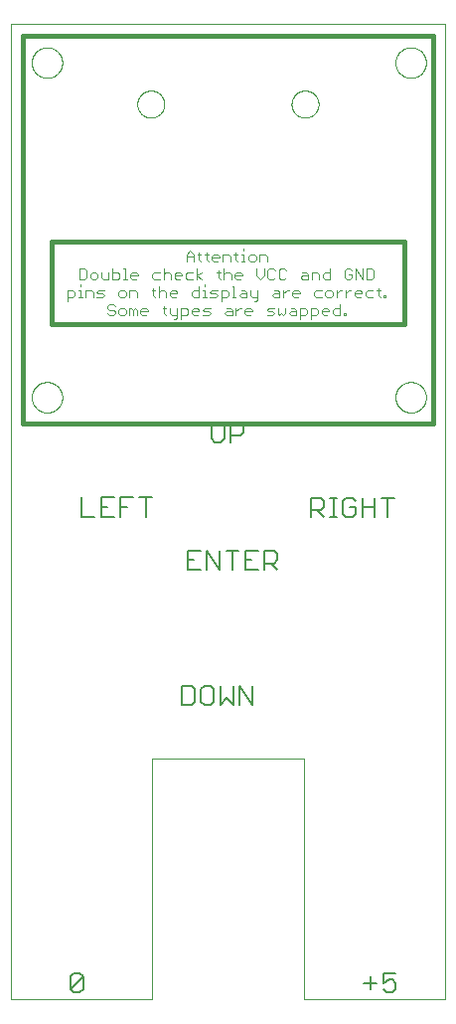
<source format=gto>
G75*
%MOIN*%
%OFA0B0*%
%FSLAX25Y25*%
%IPPOS*%
%LPD*%
%AMOC8*
5,1,8,0,0,1.08239X$1,22.5*
%
%ADD10C,0.00000*%
%ADD11C,0.00600*%
%ADD12C,0.00300*%
%ADD13C,0.01600*%
D10*
X0001000Y0006757D02*
X0048244Y0006757D01*
X0048244Y0087309D01*
X0099425Y0087309D01*
X0099425Y0006757D01*
X0146669Y0006757D01*
X0146669Y0333608D01*
X0001000Y0333608D01*
X0001000Y0006757D01*
X0048244Y0006600D02*
X0048244Y0006757D01*
X0099425Y0006757D02*
X0099425Y0006600D01*
X0130060Y0208547D02*
X0130062Y0208690D01*
X0130068Y0208833D01*
X0130078Y0208975D01*
X0130092Y0209117D01*
X0130110Y0209259D01*
X0130132Y0209401D01*
X0130157Y0209541D01*
X0130187Y0209681D01*
X0130221Y0209820D01*
X0130258Y0209958D01*
X0130300Y0210095D01*
X0130345Y0210230D01*
X0130394Y0210364D01*
X0130446Y0210497D01*
X0130502Y0210629D01*
X0130562Y0210758D01*
X0130626Y0210886D01*
X0130693Y0211013D01*
X0130764Y0211137D01*
X0130838Y0211259D01*
X0130915Y0211379D01*
X0130996Y0211497D01*
X0131080Y0211613D01*
X0131167Y0211726D01*
X0131257Y0211837D01*
X0131351Y0211945D01*
X0131447Y0212051D01*
X0131546Y0212153D01*
X0131649Y0212253D01*
X0131753Y0212350D01*
X0131861Y0212445D01*
X0131971Y0212536D01*
X0132084Y0212624D01*
X0132199Y0212708D01*
X0132316Y0212790D01*
X0132436Y0212868D01*
X0132557Y0212943D01*
X0132681Y0213015D01*
X0132807Y0213083D01*
X0132934Y0213147D01*
X0133064Y0213208D01*
X0133195Y0213265D01*
X0133327Y0213319D01*
X0133461Y0213368D01*
X0133596Y0213415D01*
X0133733Y0213457D01*
X0133871Y0213495D01*
X0134009Y0213530D01*
X0134149Y0213560D01*
X0134289Y0213587D01*
X0134430Y0213610D01*
X0134572Y0213629D01*
X0134714Y0213644D01*
X0134857Y0213655D01*
X0134999Y0213662D01*
X0135142Y0213665D01*
X0135285Y0213664D01*
X0135428Y0213659D01*
X0135571Y0213650D01*
X0135713Y0213637D01*
X0135855Y0213620D01*
X0135996Y0213599D01*
X0136137Y0213574D01*
X0136277Y0213546D01*
X0136416Y0213513D01*
X0136554Y0213476D01*
X0136691Y0213436D01*
X0136827Y0213392D01*
X0136962Y0213344D01*
X0137095Y0213292D01*
X0137227Y0213237D01*
X0137357Y0213178D01*
X0137486Y0213115D01*
X0137612Y0213049D01*
X0137737Y0212979D01*
X0137860Y0212906D01*
X0137980Y0212830D01*
X0138099Y0212750D01*
X0138215Y0212666D01*
X0138329Y0212580D01*
X0138440Y0212490D01*
X0138549Y0212398D01*
X0138655Y0212302D01*
X0138759Y0212204D01*
X0138860Y0212102D01*
X0138957Y0211998D01*
X0139052Y0211891D01*
X0139144Y0211782D01*
X0139233Y0211670D01*
X0139319Y0211555D01*
X0139401Y0211439D01*
X0139480Y0211319D01*
X0139556Y0211198D01*
X0139628Y0211075D01*
X0139697Y0210950D01*
X0139762Y0210823D01*
X0139824Y0210694D01*
X0139882Y0210563D01*
X0139937Y0210431D01*
X0139987Y0210297D01*
X0140034Y0210162D01*
X0140078Y0210026D01*
X0140117Y0209889D01*
X0140152Y0209750D01*
X0140184Y0209611D01*
X0140212Y0209471D01*
X0140236Y0209330D01*
X0140256Y0209188D01*
X0140272Y0209046D01*
X0140284Y0208904D01*
X0140292Y0208761D01*
X0140296Y0208618D01*
X0140296Y0208476D01*
X0140292Y0208333D01*
X0140284Y0208190D01*
X0140272Y0208048D01*
X0140256Y0207906D01*
X0140236Y0207764D01*
X0140212Y0207623D01*
X0140184Y0207483D01*
X0140152Y0207344D01*
X0140117Y0207205D01*
X0140078Y0207068D01*
X0140034Y0206932D01*
X0139987Y0206797D01*
X0139937Y0206663D01*
X0139882Y0206531D01*
X0139824Y0206400D01*
X0139762Y0206271D01*
X0139697Y0206144D01*
X0139628Y0206019D01*
X0139556Y0205896D01*
X0139480Y0205775D01*
X0139401Y0205655D01*
X0139319Y0205539D01*
X0139233Y0205424D01*
X0139144Y0205312D01*
X0139052Y0205203D01*
X0138957Y0205096D01*
X0138860Y0204992D01*
X0138759Y0204890D01*
X0138655Y0204792D01*
X0138549Y0204696D01*
X0138440Y0204604D01*
X0138329Y0204514D01*
X0138215Y0204428D01*
X0138099Y0204344D01*
X0137980Y0204264D01*
X0137860Y0204188D01*
X0137737Y0204115D01*
X0137612Y0204045D01*
X0137486Y0203979D01*
X0137357Y0203916D01*
X0137227Y0203857D01*
X0137095Y0203802D01*
X0136962Y0203750D01*
X0136827Y0203702D01*
X0136691Y0203658D01*
X0136554Y0203618D01*
X0136416Y0203581D01*
X0136277Y0203548D01*
X0136137Y0203520D01*
X0135996Y0203495D01*
X0135855Y0203474D01*
X0135713Y0203457D01*
X0135571Y0203444D01*
X0135428Y0203435D01*
X0135285Y0203430D01*
X0135142Y0203429D01*
X0134999Y0203432D01*
X0134857Y0203439D01*
X0134714Y0203450D01*
X0134572Y0203465D01*
X0134430Y0203484D01*
X0134289Y0203507D01*
X0134149Y0203534D01*
X0134009Y0203564D01*
X0133871Y0203599D01*
X0133733Y0203637D01*
X0133596Y0203679D01*
X0133461Y0203726D01*
X0133327Y0203775D01*
X0133195Y0203829D01*
X0133064Y0203886D01*
X0132934Y0203947D01*
X0132807Y0204011D01*
X0132681Y0204079D01*
X0132557Y0204151D01*
X0132436Y0204226D01*
X0132316Y0204304D01*
X0132199Y0204386D01*
X0132084Y0204470D01*
X0131971Y0204558D01*
X0131861Y0204649D01*
X0131753Y0204744D01*
X0131649Y0204841D01*
X0131546Y0204941D01*
X0131447Y0205043D01*
X0131351Y0205149D01*
X0131257Y0205257D01*
X0131167Y0205368D01*
X0131080Y0205481D01*
X0130996Y0205597D01*
X0130915Y0205715D01*
X0130838Y0205835D01*
X0130764Y0205957D01*
X0130693Y0206081D01*
X0130626Y0206208D01*
X0130562Y0206336D01*
X0130502Y0206465D01*
X0130446Y0206597D01*
X0130394Y0206730D01*
X0130345Y0206864D01*
X0130300Y0206999D01*
X0130258Y0207136D01*
X0130221Y0207274D01*
X0130187Y0207413D01*
X0130157Y0207553D01*
X0130132Y0207693D01*
X0130110Y0207835D01*
X0130092Y0207977D01*
X0130078Y0208119D01*
X0130068Y0208261D01*
X0130062Y0208404D01*
X0130060Y0208547D01*
X0095173Y0306837D02*
X0095175Y0306971D01*
X0095181Y0307105D01*
X0095191Y0307239D01*
X0095205Y0307373D01*
X0095223Y0307506D01*
X0095244Y0307638D01*
X0095270Y0307770D01*
X0095300Y0307901D01*
X0095333Y0308031D01*
X0095370Y0308159D01*
X0095412Y0308287D01*
X0095456Y0308414D01*
X0095505Y0308539D01*
X0095557Y0308662D01*
X0095613Y0308784D01*
X0095673Y0308905D01*
X0095736Y0309023D01*
X0095802Y0309140D01*
X0095872Y0309254D01*
X0095945Y0309367D01*
X0096022Y0309477D01*
X0096102Y0309585D01*
X0096185Y0309690D01*
X0096271Y0309793D01*
X0096360Y0309893D01*
X0096452Y0309991D01*
X0096547Y0310086D01*
X0096645Y0310178D01*
X0096745Y0310267D01*
X0096848Y0310353D01*
X0096953Y0310436D01*
X0097061Y0310516D01*
X0097171Y0310593D01*
X0097284Y0310666D01*
X0097398Y0310736D01*
X0097515Y0310802D01*
X0097633Y0310865D01*
X0097754Y0310925D01*
X0097876Y0310981D01*
X0097999Y0311033D01*
X0098124Y0311082D01*
X0098251Y0311126D01*
X0098379Y0311168D01*
X0098507Y0311205D01*
X0098637Y0311238D01*
X0098768Y0311268D01*
X0098900Y0311294D01*
X0099032Y0311315D01*
X0099165Y0311333D01*
X0099299Y0311347D01*
X0099433Y0311357D01*
X0099567Y0311363D01*
X0099701Y0311365D01*
X0099835Y0311363D01*
X0099969Y0311357D01*
X0100103Y0311347D01*
X0100237Y0311333D01*
X0100370Y0311315D01*
X0100502Y0311294D01*
X0100634Y0311268D01*
X0100765Y0311238D01*
X0100895Y0311205D01*
X0101023Y0311168D01*
X0101151Y0311126D01*
X0101278Y0311082D01*
X0101403Y0311033D01*
X0101526Y0310981D01*
X0101648Y0310925D01*
X0101769Y0310865D01*
X0101887Y0310802D01*
X0102004Y0310736D01*
X0102118Y0310666D01*
X0102231Y0310593D01*
X0102341Y0310516D01*
X0102449Y0310436D01*
X0102554Y0310353D01*
X0102657Y0310267D01*
X0102757Y0310178D01*
X0102855Y0310086D01*
X0102950Y0309991D01*
X0103042Y0309893D01*
X0103131Y0309793D01*
X0103217Y0309690D01*
X0103300Y0309585D01*
X0103380Y0309477D01*
X0103457Y0309367D01*
X0103530Y0309254D01*
X0103600Y0309140D01*
X0103666Y0309023D01*
X0103729Y0308905D01*
X0103789Y0308784D01*
X0103845Y0308662D01*
X0103897Y0308539D01*
X0103946Y0308414D01*
X0103990Y0308287D01*
X0104032Y0308159D01*
X0104069Y0308031D01*
X0104102Y0307901D01*
X0104132Y0307770D01*
X0104158Y0307638D01*
X0104179Y0307506D01*
X0104197Y0307373D01*
X0104211Y0307239D01*
X0104221Y0307105D01*
X0104227Y0306971D01*
X0104229Y0306837D01*
X0104227Y0306703D01*
X0104221Y0306569D01*
X0104211Y0306435D01*
X0104197Y0306301D01*
X0104179Y0306168D01*
X0104158Y0306036D01*
X0104132Y0305904D01*
X0104102Y0305773D01*
X0104069Y0305643D01*
X0104032Y0305515D01*
X0103990Y0305387D01*
X0103946Y0305260D01*
X0103897Y0305135D01*
X0103845Y0305012D01*
X0103789Y0304890D01*
X0103729Y0304769D01*
X0103666Y0304651D01*
X0103600Y0304534D01*
X0103530Y0304420D01*
X0103457Y0304307D01*
X0103380Y0304197D01*
X0103300Y0304089D01*
X0103217Y0303984D01*
X0103131Y0303881D01*
X0103042Y0303781D01*
X0102950Y0303683D01*
X0102855Y0303588D01*
X0102757Y0303496D01*
X0102657Y0303407D01*
X0102554Y0303321D01*
X0102449Y0303238D01*
X0102341Y0303158D01*
X0102231Y0303081D01*
X0102118Y0303008D01*
X0102004Y0302938D01*
X0101887Y0302872D01*
X0101769Y0302809D01*
X0101648Y0302749D01*
X0101526Y0302693D01*
X0101403Y0302641D01*
X0101278Y0302592D01*
X0101151Y0302548D01*
X0101023Y0302506D01*
X0100895Y0302469D01*
X0100765Y0302436D01*
X0100634Y0302406D01*
X0100502Y0302380D01*
X0100370Y0302359D01*
X0100237Y0302341D01*
X0100103Y0302327D01*
X0099969Y0302317D01*
X0099835Y0302311D01*
X0099701Y0302309D01*
X0099567Y0302311D01*
X0099433Y0302317D01*
X0099299Y0302327D01*
X0099165Y0302341D01*
X0099032Y0302359D01*
X0098900Y0302380D01*
X0098768Y0302406D01*
X0098637Y0302436D01*
X0098507Y0302469D01*
X0098379Y0302506D01*
X0098251Y0302548D01*
X0098124Y0302592D01*
X0097999Y0302641D01*
X0097876Y0302693D01*
X0097754Y0302749D01*
X0097633Y0302809D01*
X0097515Y0302872D01*
X0097398Y0302938D01*
X0097284Y0303008D01*
X0097171Y0303081D01*
X0097061Y0303158D01*
X0096953Y0303238D01*
X0096848Y0303321D01*
X0096745Y0303407D01*
X0096645Y0303496D01*
X0096547Y0303588D01*
X0096452Y0303683D01*
X0096360Y0303781D01*
X0096271Y0303881D01*
X0096185Y0303984D01*
X0096102Y0304089D01*
X0096022Y0304197D01*
X0095945Y0304307D01*
X0095872Y0304420D01*
X0095802Y0304534D01*
X0095736Y0304651D01*
X0095673Y0304769D01*
X0095613Y0304890D01*
X0095557Y0305012D01*
X0095505Y0305135D01*
X0095456Y0305260D01*
X0095412Y0305387D01*
X0095370Y0305515D01*
X0095333Y0305643D01*
X0095300Y0305773D01*
X0095270Y0305904D01*
X0095244Y0306036D01*
X0095223Y0306168D01*
X0095205Y0306301D01*
X0095191Y0306435D01*
X0095181Y0306569D01*
X0095175Y0306703D01*
X0095173Y0306837D01*
X0130060Y0320752D02*
X0130062Y0320895D01*
X0130068Y0321038D01*
X0130078Y0321180D01*
X0130092Y0321322D01*
X0130110Y0321464D01*
X0130132Y0321606D01*
X0130157Y0321746D01*
X0130187Y0321886D01*
X0130221Y0322025D01*
X0130258Y0322163D01*
X0130300Y0322300D01*
X0130345Y0322435D01*
X0130394Y0322569D01*
X0130446Y0322702D01*
X0130502Y0322834D01*
X0130562Y0322963D01*
X0130626Y0323091D01*
X0130693Y0323218D01*
X0130764Y0323342D01*
X0130838Y0323464D01*
X0130915Y0323584D01*
X0130996Y0323702D01*
X0131080Y0323818D01*
X0131167Y0323931D01*
X0131257Y0324042D01*
X0131351Y0324150D01*
X0131447Y0324256D01*
X0131546Y0324358D01*
X0131649Y0324458D01*
X0131753Y0324555D01*
X0131861Y0324650D01*
X0131971Y0324741D01*
X0132084Y0324829D01*
X0132199Y0324913D01*
X0132316Y0324995D01*
X0132436Y0325073D01*
X0132557Y0325148D01*
X0132681Y0325220D01*
X0132807Y0325288D01*
X0132934Y0325352D01*
X0133064Y0325413D01*
X0133195Y0325470D01*
X0133327Y0325524D01*
X0133461Y0325573D01*
X0133596Y0325620D01*
X0133733Y0325662D01*
X0133871Y0325700D01*
X0134009Y0325735D01*
X0134149Y0325765D01*
X0134289Y0325792D01*
X0134430Y0325815D01*
X0134572Y0325834D01*
X0134714Y0325849D01*
X0134857Y0325860D01*
X0134999Y0325867D01*
X0135142Y0325870D01*
X0135285Y0325869D01*
X0135428Y0325864D01*
X0135571Y0325855D01*
X0135713Y0325842D01*
X0135855Y0325825D01*
X0135996Y0325804D01*
X0136137Y0325779D01*
X0136277Y0325751D01*
X0136416Y0325718D01*
X0136554Y0325681D01*
X0136691Y0325641D01*
X0136827Y0325597D01*
X0136962Y0325549D01*
X0137095Y0325497D01*
X0137227Y0325442D01*
X0137357Y0325383D01*
X0137486Y0325320D01*
X0137612Y0325254D01*
X0137737Y0325184D01*
X0137860Y0325111D01*
X0137980Y0325035D01*
X0138099Y0324955D01*
X0138215Y0324871D01*
X0138329Y0324785D01*
X0138440Y0324695D01*
X0138549Y0324603D01*
X0138655Y0324507D01*
X0138759Y0324409D01*
X0138860Y0324307D01*
X0138957Y0324203D01*
X0139052Y0324096D01*
X0139144Y0323987D01*
X0139233Y0323875D01*
X0139319Y0323760D01*
X0139401Y0323644D01*
X0139480Y0323524D01*
X0139556Y0323403D01*
X0139628Y0323280D01*
X0139697Y0323155D01*
X0139762Y0323028D01*
X0139824Y0322899D01*
X0139882Y0322768D01*
X0139937Y0322636D01*
X0139987Y0322502D01*
X0140034Y0322367D01*
X0140078Y0322231D01*
X0140117Y0322094D01*
X0140152Y0321955D01*
X0140184Y0321816D01*
X0140212Y0321676D01*
X0140236Y0321535D01*
X0140256Y0321393D01*
X0140272Y0321251D01*
X0140284Y0321109D01*
X0140292Y0320966D01*
X0140296Y0320823D01*
X0140296Y0320681D01*
X0140292Y0320538D01*
X0140284Y0320395D01*
X0140272Y0320253D01*
X0140256Y0320111D01*
X0140236Y0319969D01*
X0140212Y0319828D01*
X0140184Y0319688D01*
X0140152Y0319549D01*
X0140117Y0319410D01*
X0140078Y0319273D01*
X0140034Y0319137D01*
X0139987Y0319002D01*
X0139937Y0318868D01*
X0139882Y0318736D01*
X0139824Y0318605D01*
X0139762Y0318476D01*
X0139697Y0318349D01*
X0139628Y0318224D01*
X0139556Y0318101D01*
X0139480Y0317980D01*
X0139401Y0317860D01*
X0139319Y0317744D01*
X0139233Y0317629D01*
X0139144Y0317517D01*
X0139052Y0317408D01*
X0138957Y0317301D01*
X0138860Y0317197D01*
X0138759Y0317095D01*
X0138655Y0316997D01*
X0138549Y0316901D01*
X0138440Y0316809D01*
X0138329Y0316719D01*
X0138215Y0316633D01*
X0138099Y0316549D01*
X0137980Y0316469D01*
X0137860Y0316393D01*
X0137737Y0316320D01*
X0137612Y0316250D01*
X0137486Y0316184D01*
X0137357Y0316121D01*
X0137227Y0316062D01*
X0137095Y0316007D01*
X0136962Y0315955D01*
X0136827Y0315907D01*
X0136691Y0315863D01*
X0136554Y0315823D01*
X0136416Y0315786D01*
X0136277Y0315753D01*
X0136137Y0315725D01*
X0135996Y0315700D01*
X0135855Y0315679D01*
X0135713Y0315662D01*
X0135571Y0315649D01*
X0135428Y0315640D01*
X0135285Y0315635D01*
X0135142Y0315634D01*
X0134999Y0315637D01*
X0134857Y0315644D01*
X0134714Y0315655D01*
X0134572Y0315670D01*
X0134430Y0315689D01*
X0134289Y0315712D01*
X0134149Y0315739D01*
X0134009Y0315769D01*
X0133871Y0315804D01*
X0133733Y0315842D01*
X0133596Y0315884D01*
X0133461Y0315931D01*
X0133327Y0315980D01*
X0133195Y0316034D01*
X0133064Y0316091D01*
X0132934Y0316152D01*
X0132807Y0316216D01*
X0132681Y0316284D01*
X0132557Y0316356D01*
X0132436Y0316431D01*
X0132316Y0316509D01*
X0132199Y0316591D01*
X0132084Y0316675D01*
X0131971Y0316763D01*
X0131861Y0316854D01*
X0131753Y0316949D01*
X0131649Y0317046D01*
X0131546Y0317146D01*
X0131447Y0317248D01*
X0131351Y0317354D01*
X0131257Y0317462D01*
X0131167Y0317573D01*
X0131080Y0317686D01*
X0130996Y0317802D01*
X0130915Y0317920D01*
X0130838Y0318040D01*
X0130764Y0318162D01*
X0130693Y0318286D01*
X0130626Y0318413D01*
X0130562Y0318541D01*
X0130502Y0318670D01*
X0130446Y0318802D01*
X0130394Y0318935D01*
X0130345Y0319069D01*
X0130300Y0319204D01*
X0130258Y0319341D01*
X0130221Y0319479D01*
X0130187Y0319618D01*
X0130157Y0319758D01*
X0130132Y0319898D01*
X0130110Y0320040D01*
X0130092Y0320182D01*
X0130078Y0320324D01*
X0130068Y0320466D01*
X0130062Y0320609D01*
X0130060Y0320752D01*
X0043441Y0306837D02*
X0043443Y0306971D01*
X0043449Y0307105D01*
X0043459Y0307239D01*
X0043473Y0307373D01*
X0043491Y0307506D01*
X0043512Y0307638D01*
X0043538Y0307770D01*
X0043568Y0307901D01*
X0043601Y0308031D01*
X0043638Y0308159D01*
X0043680Y0308287D01*
X0043724Y0308414D01*
X0043773Y0308539D01*
X0043825Y0308662D01*
X0043881Y0308784D01*
X0043941Y0308905D01*
X0044004Y0309023D01*
X0044070Y0309140D01*
X0044140Y0309254D01*
X0044213Y0309367D01*
X0044290Y0309477D01*
X0044370Y0309585D01*
X0044453Y0309690D01*
X0044539Y0309793D01*
X0044628Y0309893D01*
X0044720Y0309991D01*
X0044815Y0310086D01*
X0044913Y0310178D01*
X0045013Y0310267D01*
X0045116Y0310353D01*
X0045221Y0310436D01*
X0045329Y0310516D01*
X0045439Y0310593D01*
X0045552Y0310666D01*
X0045666Y0310736D01*
X0045783Y0310802D01*
X0045901Y0310865D01*
X0046022Y0310925D01*
X0046144Y0310981D01*
X0046267Y0311033D01*
X0046392Y0311082D01*
X0046519Y0311126D01*
X0046647Y0311168D01*
X0046775Y0311205D01*
X0046905Y0311238D01*
X0047036Y0311268D01*
X0047168Y0311294D01*
X0047300Y0311315D01*
X0047433Y0311333D01*
X0047567Y0311347D01*
X0047701Y0311357D01*
X0047835Y0311363D01*
X0047969Y0311365D01*
X0048103Y0311363D01*
X0048237Y0311357D01*
X0048371Y0311347D01*
X0048505Y0311333D01*
X0048638Y0311315D01*
X0048770Y0311294D01*
X0048902Y0311268D01*
X0049033Y0311238D01*
X0049163Y0311205D01*
X0049291Y0311168D01*
X0049419Y0311126D01*
X0049546Y0311082D01*
X0049671Y0311033D01*
X0049794Y0310981D01*
X0049916Y0310925D01*
X0050037Y0310865D01*
X0050155Y0310802D01*
X0050272Y0310736D01*
X0050386Y0310666D01*
X0050499Y0310593D01*
X0050609Y0310516D01*
X0050717Y0310436D01*
X0050822Y0310353D01*
X0050925Y0310267D01*
X0051025Y0310178D01*
X0051123Y0310086D01*
X0051218Y0309991D01*
X0051310Y0309893D01*
X0051399Y0309793D01*
X0051485Y0309690D01*
X0051568Y0309585D01*
X0051648Y0309477D01*
X0051725Y0309367D01*
X0051798Y0309254D01*
X0051868Y0309140D01*
X0051934Y0309023D01*
X0051997Y0308905D01*
X0052057Y0308784D01*
X0052113Y0308662D01*
X0052165Y0308539D01*
X0052214Y0308414D01*
X0052258Y0308287D01*
X0052300Y0308159D01*
X0052337Y0308031D01*
X0052370Y0307901D01*
X0052400Y0307770D01*
X0052426Y0307638D01*
X0052447Y0307506D01*
X0052465Y0307373D01*
X0052479Y0307239D01*
X0052489Y0307105D01*
X0052495Y0306971D01*
X0052497Y0306837D01*
X0052495Y0306703D01*
X0052489Y0306569D01*
X0052479Y0306435D01*
X0052465Y0306301D01*
X0052447Y0306168D01*
X0052426Y0306036D01*
X0052400Y0305904D01*
X0052370Y0305773D01*
X0052337Y0305643D01*
X0052300Y0305515D01*
X0052258Y0305387D01*
X0052214Y0305260D01*
X0052165Y0305135D01*
X0052113Y0305012D01*
X0052057Y0304890D01*
X0051997Y0304769D01*
X0051934Y0304651D01*
X0051868Y0304534D01*
X0051798Y0304420D01*
X0051725Y0304307D01*
X0051648Y0304197D01*
X0051568Y0304089D01*
X0051485Y0303984D01*
X0051399Y0303881D01*
X0051310Y0303781D01*
X0051218Y0303683D01*
X0051123Y0303588D01*
X0051025Y0303496D01*
X0050925Y0303407D01*
X0050822Y0303321D01*
X0050717Y0303238D01*
X0050609Y0303158D01*
X0050499Y0303081D01*
X0050386Y0303008D01*
X0050272Y0302938D01*
X0050155Y0302872D01*
X0050037Y0302809D01*
X0049916Y0302749D01*
X0049794Y0302693D01*
X0049671Y0302641D01*
X0049546Y0302592D01*
X0049419Y0302548D01*
X0049291Y0302506D01*
X0049163Y0302469D01*
X0049033Y0302436D01*
X0048902Y0302406D01*
X0048770Y0302380D01*
X0048638Y0302359D01*
X0048505Y0302341D01*
X0048371Y0302327D01*
X0048237Y0302317D01*
X0048103Y0302311D01*
X0047969Y0302309D01*
X0047835Y0302311D01*
X0047701Y0302317D01*
X0047567Y0302327D01*
X0047433Y0302341D01*
X0047300Y0302359D01*
X0047168Y0302380D01*
X0047036Y0302406D01*
X0046905Y0302436D01*
X0046775Y0302469D01*
X0046647Y0302506D01*
X0046519Y0302548D01*
X0046392Y0302592D01*
X0046267Y0302641D01*
X0046144Y0302693D01*
X0046022Y0302749D01*
X0045901Y0302809D01*
X0045783Y0302872D01*
X0045666Y0302938D01*
X0045552Y0303008D01*
X0045439Y0303081D01*
X0045329Y0303158D01*
X0045221Y0303238D01*
X0045116Y0303321D01*
X0045013Y0303407D01*
X0044913Y0303496D01*
X0044815Y0303588D01*
X0044720Y0303683D01*
X0044628Y0303781D01*
X0044539Y0303881D01*
X0044453Y0303984D01*
X0044370Y0304089D01*
X0044290Y0304197D01*
X0044213Y0304307D01*
X0044140Y0304420D01*
X0044070Y0304534D01*
X0044004Y0304651D01*
X0043941Y0304769D01*
X0043881Y0304890D01*
X0043825Y0305012D01*
X0043773Y0305135D01*
X0043724Y0305260D01*
X0043680Y0305387D01*
X0043638Y0305515D01*
X0043601Y0305643D01*
X0043568Y0305773D01*
X0043538Y0305904D01*
X0043512Y0306036D01*
X0043491Y0306168D01*
X0043473Y0306301D01*
X0043459Y0306435D01*
X0043449Y0306569D01*
X0043443Y0306703D01*
X0043441Y0306837D01*
X0008013Y0320752D02*
X0008015Y0320895D01*
X0008021Y0321038D01*
X0008031Y0321180D01*
X0008045Y0321322D01*
X0008063Y0321464D01*
X0008085Y0321606D01*
X0008110Y0321746D01*
X0008140Y0321886D01*
X0008174Y0322025D01*
X0008211Y0322163D01*
X0008253Y0322300D01*
X0008298Y0322435D01*
X0008347Y0322569D01*
X0008399Y0322702D01*
X0008455Y0322834D01*
X0008515Y0322963D01*
X0008579Y0323091D01*
X0008646Y0323218D01*
X0008717Y0323342D01*
X0008791Y0323464D01*
X0008868Y0323584D01*
X0008949Y0323702D01*
X0009033Y0323818D01*
X0009120Y0323931D01*
X0009210Y0324042D01*
X0009304Y0324150D01*
X0009400Y0324256D01*
X0009499Y0324358D01*
X0009602Y0324458D01*
X0009706Y0324555D01*
X0009814Y0324650D01*
X0009924Y0324741D01*
X0010037Y0324829D01*
X0010152Y0324913D01*
X0010269Y0324995D01*
X0010389Y0325073D01*
X0010510Y0325148D01*
X0010634Y0325220D01*
X0010760Y0325288D01*
X0010887Y0325352D01*
X0011017Y0325413D01*
X0011148Y0325470D01*
X0011280Y0325524D01*
X0011414Y0325573D01*
X0011549Y0325620D01*
X0011686Y0325662D01*
X0011824Y0325700D01*
X0011962Y0325735D01*
X0012102Y0325765D01*
X0012242Y0325792D01*
X0012383Y0325815D01*
X0012525Y0325834D01*
X0012667Y0325849D01*
X0012810Y0325860D01*
X0012952Y0325867D01*
X0013095Y0325870D01*
X0013238Y0325869D01*
X0013381Y0325864D01*
X0013524Y0325855D01*
X0013666Y0325842D01*
X0013808Y0325825D01*
X0013949Y0325804D01*
X0014090Y0325779D01*
X0014230Y0325751D01*
X0014369Y0325718D01*
X0014507Y0325681D01*
X0014644Y0325641D01*
X0014780Y0325597D01*
X0014915Y0325549D01*
X0015048Y0325497D01*
X0015180Y0325442D01*
X0015310Y0325383D01*
X0015439Y0325320D01*
X0015565Y0325254D01*
X0015690Y0325184D01*
X0015813Y0325111D01*
X0015933Y0325035D01*
X0016052Y0324955D01*
X0016168Y0324871D01*
X0016282Y0324785D01*
X0016393Y0324695D01*
X0016502Y0324603D01*
X0016608Y0324507D01*
X0016712Y0324409D01*
X0016813Y0324307D01*
X0016910Y0324203D01*
X0017005Y0324096D01*
X0017097Y0323987D01*
X0017186Y0323875D01*
X0017272Y0323760D01*
X0017354Y0323644D01*
X0017433Y0323524D01*
X0017509Y0323403D01*
X0017581Y0323280D01*
X0017650Y0323155D01*
X0017715Y0323028D01*
X0017777Y0322899D01*
X0017835Y0322768D01*
X0017890Y0322636D01*
X0017940Y0322502D01*
X0017987Y0322367D01*
X0018031Y0322231D01*
X0018070Y0322094D01*
X0018105Y0321955D01*
X0018137Y0321816D01*
X0018165Y0321676D01*
X0018189Y0321535D01*
X0018209Y0321393D01*
X0018225Y0321251D01*
X0018237Y0321109D01*
X0018245Y0320966D01*
X0018249Y0320823D01*
X0018249Y0320681D01*
X0018245Y0320538D01*
X0018237Y0320395D01*
X0018225Y0320253D01*
X0018209Y0320111D01*
X0018189Y0319969D01*
X0018165Y0319828D01*
X0018137Y0319688D01*
X0018105Y0319549D01*
X0018070Y0319410D01*
X0018031Y0319273D01*
X0017987Y0319137D01*
X0017940Y0319002D01*
X0017890Y0318868D01*
X0017835Y0318736D01*
X0017777Y0318605D01*
X0017715Y0318476D01*
X0017650Y0318349D01*
X0017581Y0318224D01*
X0017509Y0318101D01*
X0017433Y0317980D01*
X0017354Y0317860D01*
X0017272Y0317744D01*
X0017186Y0317629D01*
X0017097Y0317517D01*
X0017005Y0317408D01*
X0016910Y0317301D01*
X0016813Y0317197D01*
X0016712Y0317095D01*
X0016608Y0316997D01*
X0016502Y0316901D01*
X0016393Y0316809D01*
X0016282Y0316719D01*
X0016168Y0316633D01*
X0016052Y0316549D01*
X0015933Y0316469D01*
X0015813Y0316393D01*
X0015690Y0316320D01*
X0015565Y0316250D01*
X0015439Y0316184D01*
X0015310Y0316121D01*
X0015180Y0316062D01*
X0015048Y0316007D01*
X0014915Y0315955D01*
X0014780Y0315907D01*
X0014644Y0315863D01*
X0014507Y0315823D01*
X0014369Y0315786D01*
X0014230Y0315753D01*
X0014090Y0315725D01*
X0013949Y0315700D01*
X0013808Y0315679D01*
X0013666Y0315662D01*
X0013524Y0315649D01*
X0013381Y0315640D01*
X0013238Y0315635D01*
X0013095Y0315634D01*
X0012952Y0315637D01*
X0012810Y0315644D01*
X0012667Y0315655D01*
X0012525Y0315670D01*
X0012383Y0315689D01*
X0012242Y0315712D01*
X0012102Y0315739D01*
X0011962Y0315769D01*
X0011824Y0315804D01*
X0011686Y0315842D01*
X0011549Y0315884D01*
X0011414Y0315931D01*
X0011280Y0315980D01*
X0011148Y0316034D01*
X0011017Y0316091D01*
X0010887Y0316152D01*
X0010760Y0316216D01*
X0010634Y0316284D01*
X0010510Y0316356D01*
X0010389Y0316431D01*
X0010269Y0316509D01*
X0010152Y0316591D01*
X0010037Y0316675D01*
X0009924Y0316763D01*
X0009814Y0316854D01*
X0009706Y0316949D01*
X0009602Y0317046D01*
X0009499Y0317146D01*
X0009400Y0317248D01*
X0009304Y0317354D01*
X0009210Y0317462D01*
X0009120Y0317573D01*
X0009033Y0317686D01*
X0008949Y0317802D01*
X0008868Y0317920D01*
X0008791Y0318040D01*
X0008717Y0318162D01*
X0008646Y0318286D01*
X0008579Y0318413D01*
X0008515Y0318541D01*
X0008455Y0318670D01*
X0008399Y0318802D01*
X0008347Y0318935D01*
X0008298Y0319069D01*
X0008253Y0319204D01*
X0008211Y0319341D01*
X0008174Y0319479D01*
X0008140Y0319618D01*
X0008110Y0319758D01*
X0008085Y0319898D01*
X0008063Y0320040D01*
X0008045Y0320182D01*
X0008031Y0320324D01*
X0008021Y0320466D01*
X0008015Y0320609D01*
X0008013Y0320752D01*
X0008013Y0208547D02*
X0008015Y0208690D01*
X0008021Y0208833D01*
X0008031Y0208975D01*
X0008045Y0209117D01*
X0008063Y0209259D01*
X0008085Y0209401D01*
X0008110Y0209541D01*
X0008140Y0209681D01*
X0008174Y0209820D01*
X0008211Y0209958D01*
X0008253Y0210095D01*
X0008298Y0210230D01*
X0008347Y0210364D01*
X0008399Y0210497D01*
X0008455Y0210629D01*
X0008515Y0210758D01*
X0008579Y0210886D01*
X0008646Y0211013D01*
X0008717Y0211137D01*
X0008791Y0211259D01*
X0008868Y0211379D01*
X0008949Y0211497D01*
X0009033Y0211613D01*
X0009120Y0211726D01*
X0009210Y0211837D01*
X0009304Y0211945D01*
X0009400Y0212051D01*
X0009499Y0212153D01*
X0009602Y0212253D01*
X0009706Y0212350D01*
X0009814Y0212445D01*
X0009924Y0212536D01*
X0010037Y0212624D01*
X0010152Y0212708D01*
X0010269Y0212790D01*
X0010389Y0212868D01*
X0010510Y0212943D01*
X0010634Y0213015D01*
X0010760Y0213083D01*
X0010887Y0213147D01*
X0011017Y0213208D01*
X0011148Y0213265D01*
X0011280Y0213319D01*
X0011414Y0213368D01*
X0011549Y0213415D01*
X0011686Y0213457D01*
X0011824Y0213495D01*
X0011962Y0213530D01*
X0012102Y0213560D01*
X0012242Y0213587D01*
X0012383Y0213610D01*
X0012525Y0213629D01*
X0012667Y0213644D01*
X0012810Y0213655D01*
X0012952Y0213662D01*
X0013095Y0213665D01*
X0013238Y0213664D01*
X0013381Y0213659D01*
X0013524Y0213650D01*
X0013666Y0213637D01*
X0013808Y0213620D01*
X0013949Y0213599D01*
X0014090Y0213574D01*
X0014230Y0213546D01*
X0014369Y0213513D01*
X0014507Y0213476D01*
X0014644Y0213436D01*
X0014780Y0213392D01*
X0014915Y0213344D01*
X0015048Y0213292D01*
X0015180Y0213237D01*
X0015310Y0213178D01*
X0015439Y0213115D01*
X0015565Y0213049D01*
X0015690Y0212979D01*
X0015813Y0212906D01*
X0015933Y0212830D01*
X0016052Y0212750D01*
X0016168Y0212666D01*
X0016282Y0212580D01*
X0016393Y0212490D01*
X0016502Y0212398D01*
X0016608Y0212302D01*
X0016712Y0212204D01*
X0016813Y0212102D01*
X0016910Y0211998D01*
X0017005Y0211891D01*
X0017097Y0211782D01*
X0017186Y0211670D01*
X0017272Y0211555D01*
X0017354Y0211439D01*
X0017433Y0211319D01*
X0017509Y0211198D01*
X0017581Y0211075D01*
X0017650Y0210950D01*
X0017715Y0210823D01*
X0017777Y0210694D01*
X0017835Y0210563D01*
X0017890Y0210431D01*
X0017940Y0210297D01*
X0017987Y0210162D01*
X0018031Y0210026D01*
X0018070Y0209889D01*
X0018105Y0209750D01*
X0018137Y0209611D01*
X0018165Y0209471D01*
X0018189Y0209330D01*
X0018209Y0209188D01*
X0018225Y0209046D01*
X0018237Y0208904D01*
X0018245Y0208761D01*
X0018249Y0208618D01*
X0018249Y0208476D01*
X0018245Y0208333D01*
X0018237Y0208190D01*
X0018225Y0208048D01*
X0018209Y0207906D01*
X0018189Y0207764D01*
X0018165Y0207623D01*
X0018137Y0207483D01*
X0018105Y0207344D01*
X0018070Y0207205D01*
X0018031Y0207068D01*
X0017987Y0206932D01*
X0017940Y0206797D01*
X0017890Y0206663D01*
X0017835Y0206531D01*
X0017777Y0206400D01*
X0017715Y0206271D01*
X0017650Y0206144D01*
X0017581Y0206019D01*
X0017509Y0205896D01*
X0017433Y0205775D01*
X0017354Y0205655D01*
X0017272Y0205539D01*
X0017186Y0205424D01*
X0017097Y0205312D01*
X0017005Y0205203D01*
X0016910Y0205096D01*
X0016813Y0204992D01*
X0016712Y0204890D01*
X0016608Y0204792D01*
X0016502Y0204696D01*
X0016393Y0204604D01*
X0016282Y0204514D01*
X0016168Y0204428D01*
X0016052Y0204344D01*
X0015933Y0204264D01*
X0015813Y0204188D01*
X0015690Y0204115D01*
X0015565Y0204045D01*
X0015439Y0203979D01*
X0015310Y0203916D01*
X0015180Y0203857D01*
X0015048Y0203802D01*
X0014915Y0203750D01*
X0014780Y0203702D01*
X0014644Y0203658D01*
X0014507Y0203618D01*
X0014369Y0203581D01*
X0014230Y0203548D01*
X0014090Y0203520D01*
X0013949Y0203495D01*
X0013808Y0203474D01*
X0013666Y0203457D01*
X0013524Y0203444D01*
X0013381Y0203435D01*
X0013238Y0203430D01*
X0013095Y0203429D01*
X0012952Y0203432D01*
X0012810Y0203439D01*
X0012667Y0203450D01*
X0012525Y0203465D01*
X0012383Y0203484D01*
X0012242Y0203507D01*
X0012102Y0203534D01*
X0011962Y0203564D01*
X0011824Y0203599D01*
X0011686Y0203637D01*
X0011549Y0203679D01*
X0011414Y0203726D01*
X0011280Y0203775D01*
X0011148Y0203829D01*
X0011017Y0203886D01*
X0010887Y0203947D01*
X0010760Y0204011D01*
X0010634Y0204079D01*
X0010510Y0204151D01*
X0010389Y0204226D01*
X0010269Y0204304D01*
X0010152Y0204386D01*
X0010037Y0204470D01*
X0009924Y0204558D01*
X0009814Y0204649D01*
X0009706Y0204744D01*
X0009602Y0204841D01*
X0009499Y0204941D01*
X0009400Y0205043D01*
X0009304Y0205149D01*
X0009210Y0205257D01*
X0009120Y0205368D01*
X0009033Y0205481D01*
X0008949Y0205597D01*
X0008868Y0205715D01*
X0008791Y0205835D01*
X0008717Y0205957D01*
X0008646Y0206081D01*
X0008579Y0206208D01*
X0008515Y0206336D01*
X0008455Y0206465D01*
X0008399Y0206597D01*
X0008347Y0206730D01*
X0008298Y0206864D01*
X0008253Y0206999D01*
X0008211Y0207136D01*
X0008174Y0207274D01*
X0008140Y0207413D01*
X0008110Y0207553D01*
X0008085Y0207693D01*
X0008063Y0207835D01*
X0008045Y0207977D01*
X0008031Y0208119D01*
X0008021Y0208261D01*
X0008015Y0208404D01*
X0008013Y0208547D01*
D11*
X0024849Y0174981D02*
X0024849Y0168576D01*
X0029119Y0168576D01*
X0031294Y0168576D02*
X0031294Y0174981D01*
X0035565Y0174981D01*
X0037740Y0174981D02*
X0042010Y0174981D01*
X0044185Y0174981D02*
X0048456Y0174981D01*
X0046321Y0174981D02*
X0046321Y0168576D01*
X0039875Y0171778D02*
X0037740Y0171778D01*
X0037740Y0168576D02*
X0037740Y0174981D01*
X0035565Y0168576D02*
X0031294Y0168576D01*
X0031294Y0171778D02*
X0033430Y0171778D01*
X0058387Y0111888D02*
X0061589Y0111888D01*
X0062657Y0110821D01*
X0062657Y0106550D01*
X0061589Y0105483D01*
X0058387Y0105483D01*
X0058387Y0111888D01*
X0064832Y0110821D02*
X0064832Y0106550D01*
X0065900Y0105483D01*
X0068035Y0105483D01*
X0069102Y0106550D01*
X0069102Y0110821D01*
X0068035Y0111888D01*
X0065900Y0111888D01*
X0064832Y0110821D01*
X0071278Y0111888D02*
X0071278Y0105483D01*
X0073413Y0107618D01*
X0075548Y0105483D01*
X0075548Y0111888D01*
X0077723Y0111888D02*
X0081993Y0105483D01*
X0081993Y0111888D01*
X0077723Y0111888D02*
X0077723Y0105483D01*
X0079692Y0150758D02*
X0083962Y0150758D01*
X0081827Y0153961D02*
X0079692Y0153961D01*
X0079692Y0157164D02*
X0079692Y0150758D01*
X0075381Y0150758D02*
X0075381Y0157164D01*
X0073246Y0157164D02*
X0077516Y0157164D01*
X0079692Y0157164D02*
X0083962Y0157164D01*
X0086137Y0157164D02*
X0086137Y0150758D01*
X0086137Y0152893D02*
X0089340Y0152893D01*
X0090407Y0153961D01*
X0090407Y0156096D01*
X0089340Y0157164D01*
X0086137Y0157164D01*
X0088272Y0152893D02*
X0090407Y0150758D01*
X0101694Y0168475D02*
X0101694Y0174880D01*
X0104896Y0174880D01*
X0105964Y0173813D01*
X0105964Y0171678D01*
X0104896Y0170610D01*
X0101694Y0170610D01*
X0103829Y0170610D02*
X0105964Y0168475D01*
X0108139Y0168475D02*
X0110274Y0168475D01*
X0109207Y0168475D02*
X0109207Y0174880D01*
X0110274Y0174880D02*
X0108139Y0174880D01*
X0112436Y0173813D02*
X0112436Y0169542D01*
X0113504Y0168475D01*
X0115639Y0168475D01*
X0116707Y0169542D01*
X0116707Y0171678D01*
X0114571Y0171678D01*
X0112436Y0173813D02*
X0113504Y0174880D01*
X0115639Y0174880D01*
X0116707Y0173813D01*
X0118882Y0174880D02*
X0118882Y0168475D01*
X0118882Y0171678D02*
X0123152Y0171678D01*
X0123152Y0174880D02*
X0123152Y0168475D01*
X0125327Y0174880D02*
X0129598Y0174880D01*
X0127462Y0174880D02*
X0127462Y0168475D01*
X0078969Y0196734D02*
X0077901Y0195666D01*
X0074698Y0195666D01*
X0074698Y0193531D02*
X0074698Y0199937D01*
X0077901Y0199937D01*
X0078969Y0198869D01*
X0078969Y0196734D01*
X0072523Y0194599D02*
X0072523Y0199937D01*
X0072523Y0194599D02*
X0071456Y0193531D01*
X0069320Y0193531D01*
X0068253Y0194599D01*
X0068253Y0199937D01*
X0066801Y0157164D02*
X0071071Y0150758D01*
X0071071Y0157164D01*
X0066801Y0157164D02*
X0066801Y0150758D01*
X0064625Y0150758D02*
X0060355Y0150758D01*
X0060355Y0157164D01*
X0064625Y0157164D01*
X0062490Y0153961D02*
X0060355Y0153961D01*
X0024188Y0015431D02*
X0022053Y0015431D01*
X0020985Y0014364D01*
X0020985Y0010094D01*
X0025255Y0014364D01*
X0025255Y0010094D01*
X0024188Y0009026D01*
X0022053Y0009026D01*
X0020985Y0010094D01*
X0025255Y0014364D02*
X0024188Y0015431D01*
X0119410Y0012229D02*
X0123681Y0012229D01*
X0121545Y0014364D02*
X0121545Y0010094D01*
X0125856Y0010094D02*
X0126923Y0009026D01*
X0129058Y0009026D01*
X0130126Y0010094D01*
X0130126Y0012229D01*
X0129058Y0013296D01*
X0127991Y0013296D01*
X0125856Y0012229D01*
X0125856Y0015431D01*
X0130126Y0015431D01*
D12*
X0101608Y0234831D02*
X0101608Y0238534D01*
X0103460Y0238534D01*
X0104077Y0237917D01*
X0104077Y0236682D01*
X0103460Y0236065D01*
X0101608Y0236065D01*
X0100394Y0236682D02*
X0099777Y0236065D01*
X0097925Y0236065D01*
X0096711Y0236065D02*
X0094859Y0236065D01*
X0094242Y0236682D01*
X0094859Y0237299D01*
X0096711Y0237299D01*
X0096711Y0237917D02*
X0096711Y0236065D01*
X0097925Y0234831D02*
X0097925Y0238534D01*
X0099777Y0238534D01*
X0100394Y0237917D01*
X0100394Y0236682D01*
X0096711Y0237917D02*
X0096093Y0238534D01*
X0094859Y0238534D01*
X0096087Y0242065D02*
X0095470Y0242682D01*
X0095470Y0243917D01*
X0096087Y0244534D01*
X0097321Y0244534D01*
X0097938Y0243917D01*
X0097938Y0243299D01*
X0095470Y0243299D01*
X0096087Y0242065D02*
X0097321Y0242065D01*
X0094252Y0244534D02*
X0093635Y0244534D01*
X0092400Y0243299D01*
X0091186Y0243299D02*
X0089334Y0243299D01*
X0088717Y0242682D01*
X0089334Y0242065D01*
X0091186Y0242065D01*
X0091186Y0243917D01*
X0090569Y0244534D01*
X0089334Y0244534D01*
X0089034Y0248065D02*
X0087800Y0248065D01*
X0087183Y0248682D01*
X0087183Y0251151D01*
X0087800Y0251768D01*
X0089034Y0251768D01*
X0089651Y0251151D01*
X0090866Y0251151D02*
X0090866Y0248682D01*
X0091483Y0248065D01*
X0092717Y0248065D01*
X0093334Y0248682D01*
X0093334Y0251151D02*
X0092717Y0251768D01*
X0091483Y0251768D01*
X0090866Y0251151D01*
X0089651Y0248682D02*
X0089034Y0248065D01*
X0085968Y0249299D02*
X0085968Y0251768D01*
X0085968Y0249299D02*
X0084734Y0248065D01*
X0083499Y0249299D01*
X0083499Y0251768D01*
X0082589Y0254065D02*
X0083206Y0254682D01*
X0083206Y0255917D01*
X0082589Y0256534D01*
X0081354Y0256534D01*
X0080737Y0255917D01*
X0080737Y0254682D01*
X0081354Y0254065D01*
X0082589Y0254065D01*
X0084420Y0254065D02*
X0084420Y0256534D01*
X0086272Y0256534D01*
X0086889Y0255917D01*
X0086889Y0254065D01*
X0083820Y0244534D02*
X0083820Y0241448D01*
X0083202Y0240831D01*
X0082585Y0240831D01*
X0081968Y0242065D02*
X0083820Y0242065D01*
X0081968Y0242065D02*
X0081351Y0242682D01*
X0081351Y0244534D01*
X0080137Y0243917D02*
X0080137Y0242065D01*
X0078285Y0242065D01*
X0077668Y0242682D01*
X0078285Y0243299D01*
X0080137Y0243299D01*
X0080137Y0243917D02*
X0079519Y0244534D01*
X0078285Y0244534D01*
X0077985Y0248065D02*
X0076750Y0248065D01*
X0076133Y0248682D01*
X0076133Y0249917D01*
X0076750Y0250534D01*
X0077985Y0250534D01*
X0078602Y0249917D01*
X0078602Y0249299D01*
X0076133Y0249299D01*
X0074919Y0249917D02*
X0074302Y0250534D01*
X0073067Y0250534D01*
X0072450Y0249917D01*
X0071229Y0250534D02*
X0069995Y0250534D01*
X0070612Y0251151D02*
X0070612Y0248682D01*
X0071229Y0248065D01*
X0072450Y0248065D02*
X0072450Y0251768D01*
X0072143Y0254065D02*
X0072143Y0256534D01*
X0073995Y0256534D01*
X0074612Y0255917D01*
X0074612Y0254065D01*
X0076443Y0254682D02*
X0077061Y0254065D01*
X0076443Y0254682D02*
X0076443Y0257151D01*
X0075826Y0256534D02*
X0077061Y0256534D01*
X0078282Y0256534D02*
X0078899Y0256534D01*
X0078899Y0254065D01*
X0078282Y0254065D02*
X0079516Y0254065D01*
X0078899Y0257768D02*
X0078899Y0258385D01*
X0074919Y0249917D02*
X0074919Y0248065D01*
X0075212Y0245768D02*
X0075829Y0245768D01*
X0075829Y0242065D01*
X0075212Y0242065D02*
X0076447Y0242065D01*
X0073998Y0242682D02*
X0073998Y0243917D01*
X0073381Y0244534D01*
X0071529Y0244534D01*
X0071529Y0240831D01*
X0071529Y0242065D02*
X0073381Y0242065D01*
X0073998Y0242682D01*
X0074608Y0238534D02*
X0073374Y0238534D01*
X0074608Y0238534D02*
X0075226Y0237917D01*
X0075226Y0236065D01*
X0073374Y0236065D01*
X0072757Y0236682D01*
X0073374Y0237299D01*
X0075226Y0237299D01*
X0076440Y0237299D02*
X0077674Y0238534D01*
X0078292Y0238534D01*
X0079509Y0237917D02*
X0080127Y0238534D01*
X0081361Y0238534D01*
X0081978Y0237917D01*
X0081978Y0237299D01*
X0079509Y0237299D01*
X0079509Y0236682D02*
X0079509Y0237917D01*
X0079509Y0236682D02*
X0080127Y0236065D01*
X0081361Y0236065D01*
X0086876Y0236065D02*
X0088727Y0236065D01*
X0089344Y0236682D01*
X0088727Y0237299D01*
X0087493Y0237299D01*
X0086876Y0237917D01*
X0087493Y0238534D01*
X0089344Y0238534D01*
X0090559Y0238534D02*
X0090559Y0236682D01*
X0091176Y0236065D01*
X0091793Y0236682D01*
X0092410Y0236065D01*
X0093028Y0236682D01*
X0093028Y0238534D01*
X0092400Y0242065D02*
X0092400Y0244534D01*
X0098232Y0248682D02*
X0098849Y0249299D01*
X0100701Y0249299D01*
X0100701Y0249917D02*
X0100701Y0248065D01*
X0098849Y0248065D01*
X0098232Y0248682D01*
X0098849Y0250534D02*
X0100084Y0250534D01*
X0100701Y0249917D01*
X0101915Y0250534D02*
X0103767Y0250534D01*
X0104384Y0249917D01*
X0104384Y0248065D01*
X0105598Y0248682D02*
X0105598Y0249917D01*
X0106215Y0250534D01*
X0108067Y0250534D01*
X0108067Y0251768D02*
X0108067Y0248065D01*
X0106215Y0248065D01*
X0105598Y0248682D01*
X0105305Y0244534D02*
X0103453Y0244534D01*
X0102836Y0243917D01*
X0102836Y0242682D01*
X0103453Y0242065D01*
X0105305Y0242065D01*
X0106519Y0242682D02*
X0106519Y0243917D01*
X0107136Y0244534D01*
X0108371Y0244534D01*
X0108988Y0243917D01*
X0108988Y0242682D01*
X0108371Y0242065D01*
X0107136Y0242065D01*
X0106519Y0242682D01*
X0105909Y0238534D02*
X0107143Y0238534D01*
X0107760Y0237917D01*
X0107760Y0237299D01*
X0105291Y0237299D01*
X0105291Y0236682D02*
X0105291Y0237917D01*
X0105909Y0238534D01*
X0105291Y0236682D02*
X0105909Y0236065D01*
X0107143Y0236065D01*
X0108974Y0236682D02*
X0108974Y0237917D01*
X0109592Y0238534D01*
X0111443Y0238534D01*
X0111443Y0239768D02*
X0111443Y0236065D01*
X0109592Y0236065D01*
X0108974Y0236682D01*
X0110202Y0242065D02*
X0110202Y0244534D01*
X0110202Y0243299D02*
X0111437Y0244534D01*
X0112054Y0244534D01*
X0113271Y0244534D02*
X0113271Y0242065D01*
X0113271Y0243299D02*
X0114506Y0244534D01*
X0115123Y0244534D01*
X0116341Y0243917D02*
X0116341Y0242682D01*
X0116958Y0242065D01*
X0118192Y0242065D01*
X0118809Y0243299D02*
X0116341Y0243299D01*
X0116341Y0243917D02*
X0116958Y0244534D01*
X0118192Y0244534D01*
X0118809Y0243917D01*
X0118809Y0243299D01*
X0120024Y0242682D02*
X0120641Y0242065D01*
X0122493Y0242065D01*
X0122493Y0244534D02*
X0120641Y0244534D01*
X0120024Y0243917D01*
X0120024Y0242682D01*
X0123707Y0244534D02*
X0124941Y0244534D01*
X0124324Y0245151D02*
X0124324Y0242682D01*
X0124941Y0242065D01*
X0126162Y0242065D02*
X0126780Y0242065D01*
X0126780Y0242682D01*
X0126162Y0242682D01*
X0126162Y0242065D01*
X0122182Y0248065D02*
X0122800Y0248682D01*
X0122800Y0251151D01*
X0122182Y0251768D01*
X0120331Y0251768D01*
X0120331Y0248065D01*
X0122182Y0248065D01*
X0119116Y0248065D02*
X0119116Y0251768D01*
X0116648Y0251768D02*
X0119116Y0248065D01*
X0116648Y0248065D02*
X0116648Y0251768D01*
X0115433Y0251151D02*
X0114816Y0251768D01*
X0113582Y0251768D01*
X0112965Y0251151D01*
X0112965Y0248682D01*
X0113582Y0248065D01*
X0114816Y0248065D01*
X0115433Y0248682D01*
X0115433Y0249917D01*
X0114199Y0249917D01*
X0113275Y0236682D02*
X0113275Y0236065D01*
X0112658Y0236065D01*
X0112658Y0236682D01*
X0113275Y0236682D01*
X0101915Y0248065D02*
X0101915Y0250534D01*
X0076440Y0238534D02*
X0076440Y0236065D01*
X0070315Y0242682D02*
X0069698Y0243299D01*
X0068463Y0243299D01*
X0067846Y0243917D01*
X0068463Y0244534D01*
X0070315Y0244534D01*
X0070315Y0242682D02*
X0069698Y0242065D01*
X0067846Y0242065D01*
X0066625Y0242065D02*
X0065391Y0242065D01*
X0066008Y0242065D02*
X0066008Y0244534D01*
X0065391Y0244534D01*
X0064176Y0244534D02*
X0062325Y0244534D01*
X0061707Y0243917D01*
X0061707Y0242682D01*
X0062325Y0242065D01*
X0064176Y0242065D01*
X0064176Y0245768D01*
X0066008Y0245768D02*
X0066008Y0246385D01*
X0065094Y0248065D02*
X0063242Y0249299D01*
X0065094Y0250534D01*
X0064783Y0254065D02*
X0064166Y0254682D01*
X0064166Y0257151D01*
X0063549Y0256534D02*
X0064783Y0256534D01*
X0066004Y0256534D02*
X0067239Y0256534D01*
X0066622Y0257151D02*
X0066622Y0254682D01*
X0067239Y0254065D01*
X0068460Y0254682D02*
X0068460Y0255917D01*
X0069077Y0256534D01*
X0070311Y0256534D01*
X0070929Y0255917D01*
X0070929Y0255299D01*
X0068460Y0255299D01*
X0068460Y0254682D02*
X0069077Y0254065D01*
X0070311Y0254065D01*
X0063242Y0251768D02*
X0063242Y0248065D01*
X0062028Y0248065D02*
X0060176Y0248065D01*
X0059559Y0248682D01*
X0059559Y0249917D01*
X0060176Y0250534D01*
X0062028Y0250534D01*
X0062335Y0254065D02*
X0062335Y0256534D01*
X0061100Y0257768D01*
X0059866Y0256534D01*
X0059866Y0254065D01*
X0059866Y0255917D02*
X0062335Y0255917D01*
X0057727Y0250534D02*
X0058345Y0249917D01*
X0058345Y0249299D01*
X0055876Y0249299D01*
X0055876Y0248682D02*
X0055876Y0249917D01*
X0056493Y0250534D01*
X0057727Y0250534D01*
X0057727Y0248065D02*
X0056493Y0248065D01*
X0055876Y0248682D01*
X0054661Y0248065D02*
X0054661Y0249917D01*
X0054044Y0250534D01*
X0052810Y0250534D01*
X0052193Y0249917D01*
X0050978Y0250534D02*
X0049127Y0250534D01*
X0048510Y0249917D01*
X0048510Y0248682D01*
X0049127Y0248065D01*
X0050978Y0248065D01*
X0052193Y0248065D02*
X0052193Y0251768D01*
X0050658Y0245768D02*
X0050658Y0242065D01*
X0049437Y0242065D02*
X0048820Y0242682D01*
X0048820Y0245151D01*
X0048203Y0244534D02*
X0049437Y0244534D01*
X0050658Y0243917D02*
X0051275Y0244534D01*
X0052510Y0244534D01*
X0053127Y0243917D01*
X0053127Y0242065D01*
X0054341Y0242682D02*
X0054341Y0243917D01*
X0054958Y0244534D01*
X0056193Y0244534D01*
X0056810Y0243917D01*
X0056810Y0243299D01*
X0054341Y0243299D01*
X0054341Y0242682D02*
X0054958Y0242065D01*
X0056193Y0242065D01*
X0056810Y0238534D02*
X0056810Y0235448D01*
X0056193Y0234831D01*
X0055576Y0234831D01*
X0054958Y0236065D02*
X0054341Y0236682D01*
X0054341Y0238534D01*
X0053120Y0238534D02*
X0051886Y0238534D01*
X0052503Y0239151D02*
X0052503Y0236682D01*
X0053120Y0236065D01*
X0054958Y0236065D02*
X0056810Y0236065D01*
X0058024Y0236065D02*
X0059876Y0236065D01*
X0060493Y0236682D01*
X0060493Y0237917D01*
X0059876Y0238534D01*
X0058024Y0238534D01*
X0058024Y0234831D01*
X0061707Y0236682D02*
X0061707Y0237917D01*
X0062325Y0238534D01*
X0063559Y0238534D01*
X0064176Y0237917D01*
X0064176Y0237299D01*
X0061707Y0237299D01*
X0061707Y0236682D02*
X0062325Y0236065D01*
X0063559Y0236065D01*
X0065391Y0236065D02*
X0067242Y0236065D01*
X0067859Y0236682D01*
X0067242Y0237299D01*
X0066008Y0237299D01*
X0065391Y0237917D01*
X0066008Y0238534D01*
X0067859Y0238534D01*
X0046988Y0237917D02*
X0046988Y0237299D01*
X0044519Y0237299D01*
X0044519Y0236682D02*
X0044519Y0237917D01*
X0045137Y0238534D01*
X0046371Y0238534D01*
X0046988Y0237917D01*
X0046371Y0236065D02*
X0045137Y0236065D01*
X0044519Y0236682D01*
X0043305Y0236065D02*
X0043305Y0237917D01*
X0042688Y0238534D01*
X0042071Y0237917D01*
X0042071Y0236065D01*
X0040836Y0236065D02*
X0040836Y0238534D01*
X0041453Y0238534D01*
X0042071Y0237917D01*
X0043305Y0242065D02*
X0043305Y0243917D01*
X0042688Y0244534D01*
X0040836Y0244534D01*
X0040836Y0242065D01*
X0039622Y0242682D02*
X0039622Y0243917D01*
X0039005Y0244534D01*
X0037770Y0244534D01*
X0037153Y0243917D01*
X0037153Y0242682D01*
X0037770Y0242065D01*
X0039005Y0242065D01*
X0039622Y0242682D01*
X0039005Y0238534D02*
X0037770Y0238534D01*
X0037153Y0237917D01*
X0037153Y0236682D01*
X0037770Y0236065D01*
X0039005Y0236065D01*
X0039622Y0236682D01*
X0039622Y0237917D01*
X0039005Y0238534D01*
X0035939Y0239151D02*
X0035322Y0239768D01*
X0034087Y0239768D01*
X0033470Y0239151D01*
X0033470Y0238534D01*
X0034087Y0237917D01*
X0035322Y0237917D01*
X0035939Y0237299D01*
X0035939Y0236682D01*
X0035322Y0236065D01*
X0034087Y0236065D01*
X0033470Y0236682D01*
X0031638Y0242065D02*
X0032256Y0242682D01*
X0031638Y0243299D01*
X0030404Y0243299D01*
X0029787Y0243917D01*
X0030404Y0244534D01*
X0032256Y0244534D01*
X0031638Y0242065D02*
X0029787Y0242065D01*
X0028572Y0242065D02*
X0028572Y0243917D01*
X0027955Y0244534D01*
X0026104Y0244534D01*
X0026104Y0242065D01*
X0024883Y0242065D02*
X0023648Y0242065D01*
X0024265Y0242065D02*
X0024265Y0244534D01*
X0023648Y0244534D01*
X0022434Y0243917D02*
X0022434Y0242682D01*
X0021817Y0242065D01*
X0019965Y0242065D01*
X0019965Y0240831D02*
X0019965Y0244534D01*
X0021817Y0244534D01*
X0022434Y0243917D01*
X0024265Y0245768D02*
X0024265Y0246385D01*
X0023955Y0248065D02*
X0025807Y0248065D01*
X0026424Y0248682D01*
X0026424Y0251151D01*
X0025807Y0251768D01*
X0023955Y0251768D01*
X0023955Y0248065D01*
X0027638Y0248682D02*
X0028256Y0248065D01*
X0029490Y0248065D01*
X0030107Y0248682D01*
X0030107Y0249917D01*
X0029490Y0250534D01*
X0028256Y0250534D01*
X0027638Y0249917D01*
X0027638Y0248682D01*
X0031322Y0248682D02*
X0031939Y0248065D01*
X0033790Y0248065D01*
X0033790Y0250534D01*
X0035005Y0250534D02*
X0036856Y0250534D01*
X0037473Y0249917D01*
X0037473Y0248682D01*
X0036856Y0248065D01*
X0035005Y0248065D01*
X0035005Y0251768D01*
X0031322Y0250534D02*
X0031322Y0248682D01*
X0038688Y0248065D02*
X0039922Y0248065D01*
X0039305Y0248065D02*
X0039305Y0251768D01*
X0038688Y0251768D01*
X0041143Y0249917D02*
X0041760Y0250534D01*
X0042995Y0250534D01*
X0043612Y0249917D01*
X0043612Y0249299D01*
X0041143Y0249299D01*
X0041143Y0248682D02*
X0041143Y0249917D01*
X0041143Y0248682D02*
X0041760Y0248065D01*
X0042995Y0248065D01*
D13*
X0014780Y0260694D02*
X0014780Y0233135D01*
X0132890Y0233135D01*
X0132890Y0260694D01*
X0014780Y0260694D01*
X0004937Y0199671D02*
X0142732Y0199671D01*
X0142732Y0329592D01*
X0004937Y0329592D01*
X0004937Y0199671D01*
M02*

</source>
